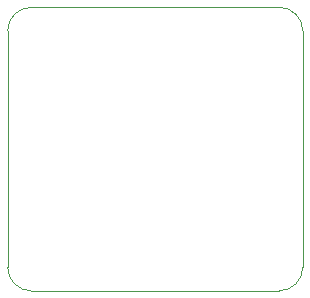
<source format=gbr>
%TF.GenerationSoftware,Altium Limited,Altium Designer,20.1.12 (249)*%
G04 Layer_Color=0*
%FSLAX45Y45*%
%MOMM*%
%TF.SameCoordinates,27206DED-D720-4121-B7EB-46A740E941A3*%
%TF.FilePolarity,Positive*%
%TF.FileFunction,Profile,NP*%
%TF.Part,Single*%
G01*
G75*
%TA.AperFunction,Profile*%
%ADD87C,0.02540*%
D87*
X200000Y0D02*
G02*
X0Y200000I0J200000D01*
G01*
Y2200000D01*
D02*
G02*
X200000Y2400000I200000J0D01*
G01*
X2300000D01*
D02*
G02*
X2500000Y2200000I0J-200000D01*
G01*
Y200000D01*
D02*
G02*
X2300000Y0I-200000J0D01*
G01*
X200000D01*
%TF.MD5,469cf72ae11db50da6c28c179e362c10*%
M02*

</source>
